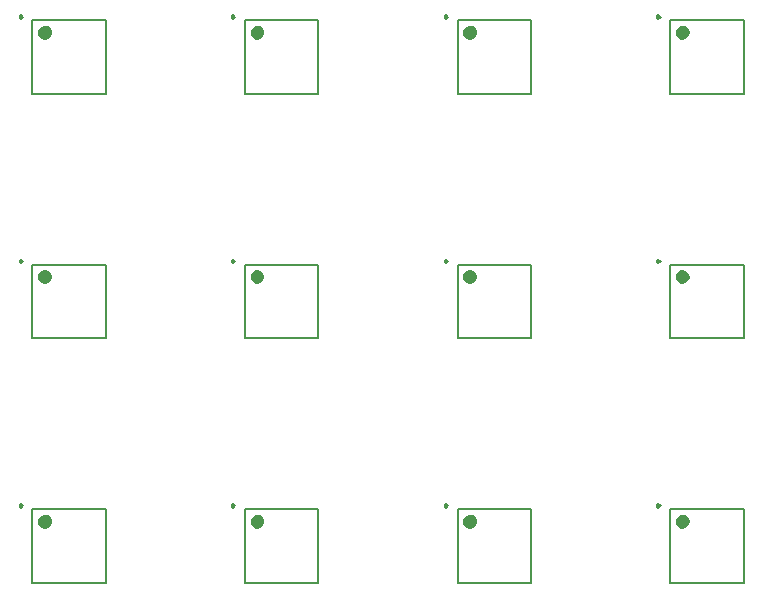
<source format=gto>
G04*
G04 #@! TF.GenerationSoftware,Altium Limited,Altium Designer,20.1.11 (218)*
G04*
G04 Layer_Color=16777215*
%FSLAX25Y25*%
%MOIN*%
G70*
G04*
G04 #@! TF.SameCoordinates,4A8DF08C-7CCE-415C-BD08-992622932B33*
G04*
G04*
G04 #@! TF.FilePolarity,Positive*
G04*
G01*
G75*
%ADD31C,0.00984*%
%ADD32C,0.02362*%
%ADD33C,0.00787*%
G54D31*
X90551Y-68012D02*
X89813Y-67586D01*
Y-68438D01*
X90551Y-68012D01*
Y94980D02*
X89813Y95407D01*
Y94554D01*
X90551Y94980D01*
Y13484D02*
X89813Y13911D01*
Y13058D01*
X90551Y13484D01*
X-51181D02*
X-51919Y13911D01*
Y13058D01*
X-51181Y13484D01*
Y94980D02*
X-51919Y95407D01*
Y94554D01*
X-51181Y94980D01*
Y-68012D02*
X-51919Y-67586D01*
Y-68438D01*
X-51181Y-68012D01*
X-122047Y13484D02*
X-122785Y13911D01*
Y13058D01*
X-122047Y13484D01*
X19685D02*
X18947Y13911D01*
Y13058D01*
X19685Y13484D01*
X-122047Y94980D02*
X-122785Y95407D01*
Y94554D01*
X-122047Y94980D01*
X19685D02*
X18947Y95407D01*
Y94554D01*
X19685Y94980D01*
X-122047Y-68012D02*
X-122785Y-67586D01*
Y-68438D01*
X-122047Y-68012D01*
X19685D02*
X18947Y-67586D01*
Y-68438D01*
X19685Y-68012D01*
G54D32*
X99213Y-73228D02*
X98768Y-72305D01*
X97769Y-72077D01*
X96967Y-72716D01*
Y-73741D01*
X97769Y-74380D01*
X98768Y-74152D01*
X99213Y-73228D01*
Y89764D02*
X98768Y90687D01*
X97769Y90915D01*
X96967Y90276D01*
Y89251D01*
X97769Y88612D01*
X98768Y88840D01*
X99213Y89764D01*
Y8268D02*
X98768Y9191D01*
X97769Y9419D01*
X96967Y8780D01*
Y7755D01*
X97769Y7116D01*
X98768Y7344D01*
X99213Y8268D01*
X-42520D02*
X-42964Y9191D01*
X-43964Y9419D01*
X-44765Y8780D01*
Y7755D01*
X-43964Y7116D01*
X-42964Y7344D01*
X-42520Y8268D01*
Y89764D02*
X-42964Y90687D01*
X-43964Y90915D01*
X-44765Y90276D01*
Y89251D01*
X-43964Y88612D01*
X-42964Y88840D01*
X-42520Y89764D01*
Y-73228D02*
X-42964Y-72305D01*
X-43964Y-72077D01*
X-44765Y-72716D01*
Y-73741D01*
X-43964Y-74380D01*
X-42964Y-74152D01*
X-42520Y-73228D01*
X-113386Y8268D02*
X-113830Y9191D01*
X-114830Y9419D01*
X-115631Y8780D01*
Y7755D01*
X-114830Y7116D01*
X-113830Y7344D01*
X-113386Y8268D01*
X28346D02*
X27902Y9191D01*
X26902Y9419D01*
X26101Y8780D01*
Y7755D01*
X26902Y7116D01*
X27902Y7344D01*
X28346Y8268D01*
X-113386Y89764D02*
X-113830Y90687D01*
X-114830Y90915D01*
X-115631Y90276D01*
Y89251D01*
X-114830Y88612D01*
X-113830Y88840D01*
X-113386Y89764D01*
X28346D02*
X27902Y90687D01*
X26902Y90915D01*
X26101Y90276D01*
Y89251D01*
X26902Y88612D01*
X27902Y88840D01*
X28346Y89764D01*
X-113386Y-73228D02*
X-113830Y-72305D01*
X-114830Y-72077D01*
X-115631Y-72716D01*
Y-73741D01*
X-114830Y-74380D01*
X-113830Y-74152D01*
X-113386Y-73228D01*
X28346D02*
X27902Y-72305D01*
X26902Y-72077D01*
X26101Y-72716D01*
Y-73741D01*
X26902Y-74380D01*
X27902Y-74152D01*
X28346Y-73228D01*
G54D33*
X94095Y-93701D02*
Y-69291D01*
X118504Y-93701D02*
Y-69291D01*
X94095D02*
X118504D01*
X94095Y-93701D02*
X118504D01*
X94095Y69291D02*
Y93701D01*
X118504Y69291D02*
Y93701D01*
X94095D02*
X118504D01*
X94095Y69291D02*
X118504D01*
X94095Y-12205D02*
Y12205D01*
X118504Y-12205D02*
Y12205D01*
X94095D02*
X118504D01*
X94095Y-12205D02*
X118504D01*
X-47638D02*
Y12205D01*
X-23228Y-12205D02*
Y12205D01*
X-47638D02*
X-23228D01*
X-47638Y-12205D02*
X-23228D01*
X-47638Y69291D02*
Y93701D01*
X-23228Y69291D02*
Y93701D01*
X-47638D02*
X-23228D01*
X-47638Y69291D02*
X-23228D01*
X-47638Y-93701D02*
Y-69291D01*
X-23228Y-93701D02*
Y-69291D01*
X-47638D02*
X-23228D01*
X-47638Y-93701D02*
X-23228D01*
X-118504Y-12205D02*
Y12205D01*
X-94095Y-12205D02*
Y12205D01*
X-118504D02*
X-94095D01*
X-118504Y-12205D02*
X-94095D01*
X23228D02*
Y12205D01*
X47638Y-12205D02*
Y12205D01*
X23228D02*
X47638D01*
X23228Y-12205D02*
X47638D01*
X-118504Y69291D02*
Y93701D01*
X-94095Y69291D02*
Y93701D01*
X-118504D02*
X-94095D01*
X-118504Y69291D02*
X-94095D01*
X23228D02*
Y93701D01*
X47638Y69291D02*
Y93701D01*
X23228D02*
X47638D01*
X23228Y69291D02*
X47638D01*
X-118504Y-93701D02*
Y-69291D01*
X-94095Y-93701D02*
Y-69291D01*
X-118504D02*
X-94095D01*
X-118504Y-93701D02*
X-94095D01*
X23228D02*
Y-69291D01*
X47638Y-93701D02*
Y-69291D01*
X23228D02*
X47638D01*
X23228Y-93701D02*
X47638D01*
M02*

</source>
